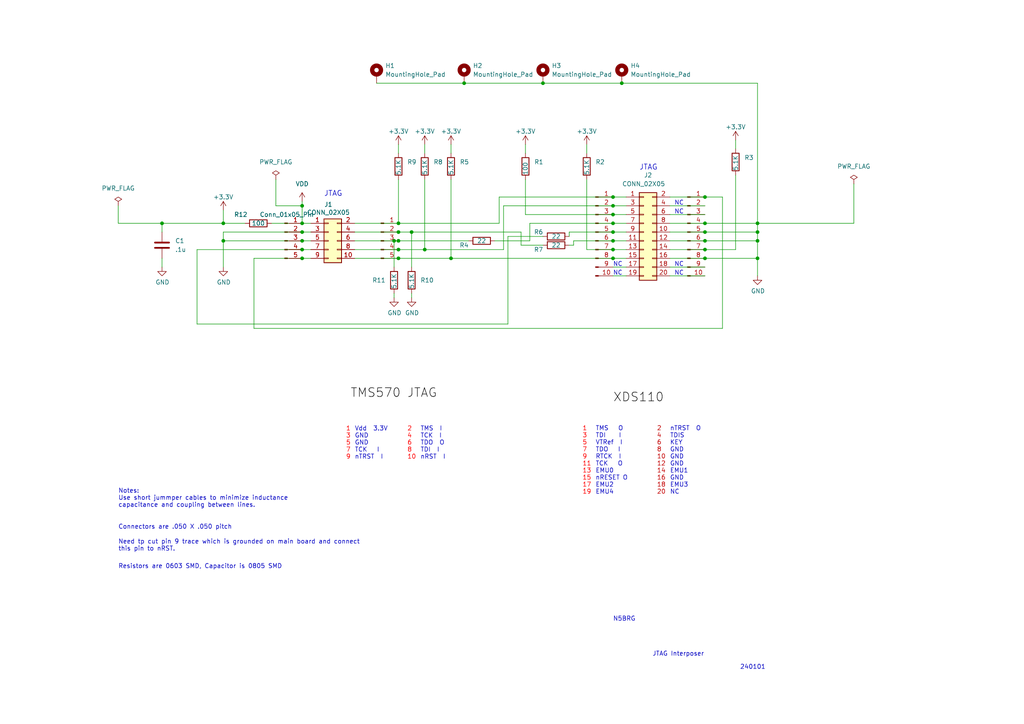
<source format=kicad_sch>
(kicad_sch (version 20230121) (generator eeschema)
  (paper "A4")
  (lib_symbols
    (symbol "Conn_01x05_Pin_1" (pin_names (offset 1.016) hide)
      (property "Reference" "J" (at 0 7.62 0))
      (property "Value" "Conn_01x05_Pin" (at 0 -7.62 0))
      (symbol "Conn_01x05_Pin_1_1_1"
        (polyline (pts (xy 1.27 -5.08) (xy 0.8636 -5.08)) (stroke (width 0.1524)))
        (polyline (pts (xy 1.27 -2.54) (xy 0.8636 -2.54)) (stroke (width 0.1524)))
        (polyline (pts (xy 1.27 0) (xy 0.8636 0)) (stroke (width 0.1524)))
        (polyline (pts (xy 1.27 2.54) (xy 0.8636 2.54)) (stroke (width 0.1524)))
        (polyline (pts (xy 1.27 5.08) (xy 0.8636 5.08)) (stroke (width 0.1524)))
        (rectangle (start 0.8636 -4.953) (end 0 -5.207) (stroke (width 0.1524)) (fill (type outline)))
        (rectangle (start 0.8636 -2.413) (end 0 -2.667) (stroke (width 0.1524)) (fill (type outline)))
        (rectangle (start 0.8636 0.127) (end 0 -0.127) (stroke (width 0.1524)) (fill (type outline)))
        (rectangle (start 0.8636 2.667) (end 0 2.413) (stroke (width 0.1524)) (fill (type outline)))
        (rectangle (start 0.8636 5.207) (end 0 4.953) (stroke (width 0.1524)) (fill (type outline)))
        (pin passive line (at 5.08 5.08 180) (length 3.81) (name "Pin_1") (number "1"))
        (pin passive line (at 5.08 2.54 180) (length 3.81) (name "Pin_2") (number "2"))
        (pin passive line (at 5.08 0 180) (length 3.81) (name "Pin_3") (number "3"))
        (pin passive line (at 5.08 -2.54 180) (length 3.81) (name "Pin_4") (number "4"))
        (pin passive line (at 5.08 -5.08 180) (length 3.81) (name "Pin_5") (number "5"))
      )
    )
    (symbol "Conn_01x10_Pin_1" (pin_names (offset 1.016) hide)
      (property "Reference" "J" (at 0 12.7 0))
      (property "Value" "Conn_01x10_Pin" (at 0 -15.24 0))
      (symbol "Conn_01x10_Pin_1_1_1"
        (polyline (pts (xy 1.27 -12.7) (xy 0.8636 -12.7)) (stroke (width 0.1524)))
        (polyline (pts (xy 1.27 -10.16) (xy 0.8636 -10.16)) (stroke (width 0.1524)))
        (polyline (pts (xy 1.27 -7.62) (xy 0.8636 -7.62)) (stroke (width 0.1524)))
        (polyline (pts (xy 1.27 -5.08) (xy 0.8636 -5.08)) (stroke (width 0.1524)))
        (polyline (pts (xy 1.27 -2.54) (xy 0.8636 -2.54)) (stroke (width 0.1524)))
        (polyline (pts (xy 1.27 0) (xy 0.8636 0)) (stroke (width 0.1524)))
        (polyline (pts (xy 1.27 2.54) (xy 0.8636 2.54)) (stroke (width 0.1524)))
        (polyline (pts (xy 1.27 5.08) (xy 0.8636 5.08)) (stroke (width 0.1524)))
        (polyline (pts (xy 1.27 7.62) (xy 0.8636 7.62)) (stroke (width 0.1524)))
        (polyline (pts (xy 1.27 10.16) (xy 0.8636 10.16)) (stroke (width 0.1524)))
        (rectangle (start 0.8636 -12.573) (end 0 -12.827) (stroke (width 0.1524)) (fill (type outline)))
        (rectangle (start 0.8636 -10.033) (end 0 -10.287) (stroke (width 0.1524)) (fill (type outline)))
        (rectangle (start 0.8636 -7.493) (end 0 -7.747) (stroke (width 0.1524)) (fill (type outline)))
        (rectangle (start 0.8636 -4.953) (end 0 -5.207) (stroke (width 0.1524)) (fill (type outline)))
        (rectangle (start 0.8636 -2.413) (end 0 -2.667) (stroke (width 0.1524)) (fill (type outline)))
        (rectangle (start 0.8636 0.127) (end 0 -0.127) (stroke (width 0.1524)) (fill (type outline)))
        (rectangle (start 0.8636 2.667) (end 0 2.413) (stroke (width 0.1524)) (fill (type outline)))
        (rectangle (start 0.8636 5.207) (end 0 4.953) (stroke (width 0.1524)) (fill (type outline)))
        (rectangle (start 0.8636 7.747) (end 0 7.493) (stroke (width 0.1524)) (fill (type outline)))
        (rectangle (start 0.8636 10.287) (end 0 10.033) (stroke (width 0.1524)) (fill (type outline)))
        (pin passive line (at 5.08 10.16 180) (length 3.81) (name "Pin_1") (number "1"))
        (pin passive line (at 5.08 -12.7 180) (length 3.81) (name "Pin_10") (number "10"))
        (pin passive line (at 5.08 7.62 180) (length 3.81) (name "Pin_2") (number "2"))
        (pin passive line (at 5.08 5.08 180) (length 3.81) (name "Pin_3") (number "3"))
        (pin passive line (at 5.08 2.54 180) (length 3.81) (name "Pin_4") (number "4"))
        (pin passive line (at 5.08 0 180) (length 3.81) (name "Pin_5") (number "5"))
        (pin passive line (at 5.08 -2.54 180) (length 3.81) (name "Pin_6") (number "6"))
        (pin passive line (at 5.08 -5.08 180) (length 3.81) (name "Pin_7") (number "7"))
        (pin passive line (at 5.08 -7.62 180) (length 3.81) (name "Pin_8") (number "8"))
        (pin passive line (at 5.08 -10.16 180) (length 3.81) (name "Pin_9") (number "9"))
      )
    )
    (symbol "Connector:Conn_01x05_Pin" (pin_names (offset 1.016) hide)
      (property "Reference" "J" (at 0 7.62 0))
      (property "Value" "Conn_01x05_Pin" (at 0 -7.62 0))
      (symbol "Conn_01x05_Pin_1_1"
        (polyline (pts (xy 1.27 -5.08) (xy 0.8636 -5.08)) (stroke (width 0.1524)))
        (polyline (pts (xy 1.27 -2.54) (xy 0.8636 -2.54)) (stroke (width 0.1524)))
        (polyline (pts (xy 1.27 0) (xy 0.8636 0)) (stroke (width 0.1524)))
        (polyline (pts (xy 1.27 2.54) (xy 0.8636 2.54)) (stroke (width 0.1524)))
        (polyline (pts (xy 1.27 5.08) (xy 0.8636 5.08)) (stroke (width 0.1524)))
        (rectangle (start 0.8636 -4.953) (end 0 -5.207) (stroke (width 0.1524)) (fill (type outline)))
        (rectangle (start 0.8636 -2.413) (end 0 -2.667) (stroke (width 0.1524)) (fill (type outline)))
        (rectangle (start 0.8636 0.127) (end 0 -0.127) (stroke (width 0.1524)) (fill (type outline)))
        (rectangle (start 0.8636 2.667) (end 0 2.413) (stroke (width 0.1524)) (fill (type outline)))
        (rectangle (start 0.8636 5.207) (end 0 4.953) (stroke (width 0.1524)) (fill (type outline)))
        (pin passive line (at 5.08 5.08 180) (length 3.81) (name "Pin_1") (number "1"))
        (pin passive line (at 5.08 2.54 180) (length 3.81) (name "Pin_2") (number "2"))
        (pin passive line (at 5.08 0 180) (length 3.81) (name "Pin_3") (number "3"))
        (pin passive line (at 5.08 -2.54 180) (length 3.81) (name "Pin_4") (number "4"))
        (pin passive line (at 5.08 -5.08 180) (length 3.81) (name "Pin_5") (number "5"))
      )
    )
    (symbol "Connector:Conn_01x10_Pin" (pin_names (offset 1.016) hide)
      (property "Reference" "J" (at 0 12.7 0))
      (property "Value" "Conn_01x10_Pin" (at 0 -15.24 0))
      (symbol "Conn_01x10_Pin_1_1"
        (polyline (pts (xy 1.27 -12.7) (xy 0.8636 -12.7)) (stroke (width 0.1524)))
        (polyline (pts (xy 1.27 -10.16) (xy 0.8636 -10.16)) (stroke (width 0.1524)))
        (polyline (pts (xy 1.27 -7.62) (xy 0.8636 -7.62)) (stroke (width 0.1524)))
        (polyline (pts (xy 1.27 -5.08) (xy 0.8636 -5.08)) (stroke (width 0.1524)))
        (polyline (pts (xy 1.27 -2.54) (xy 0.8636 -2.54)) (stroke (width 0.1524)))
        (polyline (pts (xy 1.27 0) (xy 0.8636 0)) (stroke (width 0.1524)))
        (polyline (pts (xy 1.27 2.54) (xy 0.8636 2.54)) (stroke (width 0.1524)))
        (polyline (pts (xy 1.27 5.08) (xy 0.8636 5.08)) (stroke (width 0.1524)))
        (polyline (pts (xy 1.27 7.62) (xy 0.8636 7.62)) (stroke (width 0.1524)))
        (polyline (pts (xy 1.27 10.16) (xy 0.8636 10.16)) (stroke (width 0.1524)))
        (rectangle (start 0.8636 -12.573) (end 0 -12.827) (stroke (width 0.1524)) (fill (type outline)))
        (rectangle (start 0.8636 -10.033) (end 0 -10.287) (stroke (width 0.1524)) (fill (type outline)))
        (rectangle (start 0.8636 -7.493) (end 0 -7.747) (stroke (width 0.1524)) (fill (type outline)))
        (rectangle (start 0.8636 -4.953) (end 0 -5.207) (stroke (width 0.1524)) (fill (type outline)))
        (rectangle (start 0.8636 -2.413) (end 0 -2.667) (stroke (width 0.1524)) (fill (type outline)))
        (rectangle (start 0.8636 0.127) (end 0 -0.127) (stroke (width 0.1524)) (fill (type outline)))
        (rectangle (start 0.8636 2.667) (end 0 2.413) (stroke (width 0.1524)) (fill (type outline)))
        (rectangle (start 0.8636 5.207) (end 0 4.953) (stroke (width 0.1524)) (fill (type outline)))
        (rectangle (start 0.8636 7.747) (end 0 7.493) (stroke (width 0.1524)) (fill (type outline)))
        (rectangle (start 0.8636 10.287) (end 0 10.033) (stroke (width 0.1524)) (fill (type outline)))
        (pin passive line (at 5.08 10.16 180) (length 3.81) (name "Pin_1") (number "1"))
        (pin passive line (at 5.08 -12.7 180) (length 3.81) (name "Pin_10") (number "10"))
        (pin passive line (at 5.08 7.62 180) (length 3.81) (name "Pin_2") (number "2"))
        (pin passive line (at 5.08 5.08 180) (length 3.81) (name "Pin_3") (number "3"))
        (pin passive line (at 5.08 2.54 180) (length 3.81) (name "Pin_4") (number "4"))
        (pin passive line (at 5.08 0 180) (length 3.81) (name "Pin_5") (number "5"))
        (pin passive line (at 5.08 -2.54 180) (length 3.81) (name "Pin_6") (number "6"))
        (pin passive line (at 5.08 -5.08 180) (length 3.81) (name "Pin_7") (number "7"))
        (pin passive line (at 5.08 -7.62 180) (length 3.81) (name "Pin_8") (number "8"))
        (pin passive line (at 5.08 -10.16 180) (length 3.81) (name "Pin_9") (number "9"))
      )
    )
    (symbol "Connector_Generic_MountingPin:Conn_02x05_Odd_Even_MountingPin" (pin_names (offset 1.016) hide)
      (property "Reference" "J1" (at 0 10.541 0))
      (property "Value" "CONN_02X05" (at 0 8.2296 0))
      (symbol "Conn_02x05_Odd_Even_MountingPin_1_1"
        (rectangle (start -1.27 -4.953) (end 0 -5.207) (stroke (width 0.1524)))
        (rectangle (start -1.27 -2.413) (end 0 -2.667) (stroke (width 0.1524)))
        (rectangle (start -1.27 0.127) (end 0 -0.127) (stroke (width 0.1524)))
        (rectangle (start -1.27 2.667) (end 0 2.413) (stroke (width 0.1524)))
        (rectangle (start -1.27 5.207) (end 0 4.953) (stroke (width 0.1524)))
        (rectangle (start -1.27 6.35) (end 3.81 -6.35) (stroke (width 0.254)) (fill (type background)))
        (rectangle (start 3.81 -4.953) (end 2.54 -5.207) (stroke (width 0.1524)))
        (rectangle (start 3.81 -2.413) (end 2.54 -2.667) (stroke (width 0.1524)))
        (rectangle (start 3.81 0.127) (end 2.54 -0.127) (stroke (width 0.1524)))
        (rectangle (start 3.81 2.667) (end 2.54 2.413) (stroke (width 0.1524)))
        (rectangle (start 3.81 5.207) (end 2.54 4.953) (stroke (width 0.1524)))
        (pin passive line (at -5.08 5.08 0) (length 3.81) (name "Pin_1") (number "1"))
        (pin passive line (at 7.62 -5.08 180) (length 3.81) (name "Pin_10") (number "10"))
        (pin passive line (at 7.62 5.08 180) (length 3.81) (name "Pin_2") (number "2"))
        (pin passive line (at -5.08 2.54 0) (length 3.81) (name "Pin_3") (number "3"))
        (pin passive line (at 7.62 2.54 180) (length 3.81) (name "Pin_4") (number "4"))
        (pin passive line (at -5.08 0 0) (length 3.81) (name "Pin_5") (number "5"))
        (pin passive line (at 7.62 0 180) (length 3.81) (name "Pin_6") (number "6"))
        (pin passive line (at -5.08 -2.54 0) (length 3.81) (name "Pin_7") (number "7"))
        (pin passive line (at 7.62 -2.54 180) (length 3.81) (name "Pin_8") (number "8"))
        (pin passive line (at -5.08 -5.08 0) (length 3.81) (name "Pin_9") (number "9"))
      )
    )
    (symbol "Connector_Generic_MountingPin:Conn_02x10_Odd_Even_MountingPin" (pin_names (offset 1.016) hide)
      (property "Reference" "J2" (at 1.27 16.51 0))
      (property "Value" "CONN_02X05" (at 0 13.97 0))
      (symbol "Conn_02x10_Odd_Even_MountingPin_1_1"
        (rectangle (start -1.27 -12.573) (end 0 -12.827) (stroke (width 0.1524)))
        (rectangle (start -1.27 -10.033) (end 0 -10.287) (stroke (width 0.1524)))
        (rectangle (start -1.27 -7.493) (end 0 -7.747) (stroke (width 0.1524)))
        (rectangle (start -1.27 -4.953) (end 0 -5.207) (stroke (width 0.1524)))
        (rectangle (start -1.27 -2.413) (end 0 -2.667) (stroke (width 0.1524)))
        (rectangle (start -1.27 0.127) (end 0 -0.127) (stroke (width 0.1524)))
        (rectangle (start -1.27 2.667) (end 0 2.413) (stroke (width 0.1524)))
        (rectangle (start -1.27 5.207) (end 0 4.953) (stroke (width 0.1524)))
        (rectangle (start -1.27 7.747) (end 0 7.493) (stroke (width 0.1524)))
        (rectangle (start -1.27 10.287) (end 0 10.033) (stroke (width 0.1524)))
        (rectangle (start -1.27 11.43) (end 3.81 -13.97) (stroke (width 0.254)) (fill (type background)))
        (rectangle (start 3.81 -12.573) (end 2.54 -12.827) (stroke (width 0.1524)))
        (rectangle (start 3.81 -10.033) (end 2.54 -10.287) (stroke (width 0.1524)))
        (rectangle (start 3.81 -7.493) (end 2.54 -7.747) (stroke (width 0.1524)))
        (rectangle (start 3.81 -4.953) (end 2.54 -5.207) (stroke (width 0.1524)))
        (rectangle (start 3.81 -2.413) (end 2.54 -2.667) (stroke (width 0.1524)))
        (rectangle (start 3.81 0.127) (end 2.54 -0.127) (stroke (width 0.1524)))
        (rectangle (start 3.81 2.667) (end 2.54 2.413) (stroke (width 0.1524)))
        (rectangle (start 3.81 5.207) (end 2.54 4.953) (stroke (width 0.1524)))
        (rectangle (start 3.81 7.747) (end 2.54 7.493) (stroke (width 0.1524)))
        (rectangle (start 3.81 10.287) (end 2.54 10.033) (stroke (width 0.1524)))
        (pin passive line (at -5.08 10.16 0) (length 3.81) (name "Pin_1") (number "1"))
        (pin passive line (at 7.62 0 180) (length 3.81) (name "Pin_10") (number "10"))
        (pin passive line (at -5.08 -2.54 0) (length 3.81) (name "Pin_11") (number "11"))
        (pin passive line (at 7.62 -2.54 180) (length 3.81) (name "Pin_12") (number "12"))
        (pin passive line (at -5.08 -5.08 0) (length 3.81) (name "Pin_13") (number "13"))
        (pin passive line (at 7.62 -5.08 180) (length 3.81) (name "Pin_14") (number "14"))
        (pin passive line (at -5.08 -7.62 0) (length 3.81) (name "Pin_15") (number "15"))
        (pin passive line (at 7.62 -7.62 180) (length 3.81) (name "Pin_16") (number "16"))
        (pin passive line (at -5.08 -10.16 0) (length 3.81) (name "Pin_17") (number "17"))
        (pin passive line (at 7.62 -10.16 180) (length 3.81) (name "Pin_18") (number "18"))
        (pin passive line (at -5.08 -12.7 0) (length 3.81) (name "Pin_19") (number "19"))
        (pin passive line (at 7.62 10.16 180) (length 3.81) (name "Pin_2") (number "2"))
        (pin passive line (at 7.62 -12.7 180) (length 3.81) (name "Pin_20") (number "20"))
        (pin passive line (at -5.08 7.62 0) (length 3.81) (name "Pin_3") (number "3"))
        (pin passive line (at 7.62 7.62 180) (length 3.81) (name "Pin_4") (number "4"))
        (pin passive line (at -5.08 5.08 0) (length 3.81) (name "Pin_5") (number "5"))
        (pin passive line (at 7.62 5.08 180) (length 3.81) (name "Pin_6") (number "6"))
        (pin passive line (at -5.08 2.54 0) (length 3.81) (name "Pin_7") (number "7"))
        (pin passive line (at 7.62 2.54 180) (length 3.81) (name "Pin_8") (number "8"))
        (pin passive line (at -5.08 0 0) (length 3.81) (name "Pin_9") (number "9"))
      )
    )
    (symbol "Device:C" (pin_numbers hide) (pin_names (offset 0.254))
      (property "Reference" "C" (at 0.635 2.54 0))
      (property "Value" "C" (at 0.635 -2.54 0))
      (symbol "C_0_1"
        (polyline (pts (xy -2.032 -0.762) (xy 2.032 -0.762)) (stroke (width 0.508)))
        (polyline (pts (xy -2.032 0.762) (xy 2.032 0.762)) (stroke (width 0.508)))
      )
      (symbol "C_1_1"
        (pin passive line (at 0 3.81 270) (length 2.794) (name "~") (number "1"))
        (pin passive line (at 0 -3.81 90) (length 2.794) (name "~") (number "2"))
      )
    )
    (symbol "Device:R" (pin_numbers hide) (pin_names (offset 0))
      (property "Reference" "R" (at 2.032 0 90))
      (property "Value" "R" (at 0 0 90))
      (symbol "R_0_1"
        (rectangle (start -1.016 -2.54) (end 1.016 2.54) (stroke (width 0.254)))
      )
      (symbol "R_1_1"
        (pin passive line (at 0 3.81 270) (length 1.27) (name "~") (number "1"))
        (pin passive line (at 0 -3.81 90) (length 1.27) (name "~") (number "2"))
      )
    )
    (symbol "Mechanical:MountingHole_Pad" (pin_numbers hide) (pin_names (offset 1.016) hide)
      (property "Reference" "H" (at 0 6.35 0))
      (property "Value" "MountingHole_Pad" (at 0 4.445 0))
      (symbol "MountingHole_Pad_0_1"
        (circle (center 0 1.27) (radius 1.27) (stroke (width 1.27)))
      )
      (symbol "MountingHole_Pad_1_1"
        (pin input line (at 0 -2.54 90) (length 2.54) (name "1") (number "1"))
      )
    )
    (symbol "power:+3.3V" (power) (pin_names (offset 0))
      (property "Value" "+3.3V" (at 0 3.556 0))
      (symbol "+3.3V_0_1"
        (polyline (pts (xy -0.762 1.27) (xy 0 2.54)))
        (polyline (pts (xy 0 0) (xy 0 2.54)))
        (polyline (pts (xy 0 2.54) (xy 0.762 1.27)))
      )
      (symbol "+3.3V_1_1"
        (pin power_in line (at 0 0 90) (length 0) hide (name "+3.3V") (number "1"))
      )
    )
    (symbol "power:GND" (power) (pin_names (offset 0))
      (property "Value" "GND" (at 0 -3.81 0))
      (symbol "GND_0_1"
        (polyline (pts (xy 0 0) (xy 0 -1.27) (xy 1.27 -1.27) (xy 0 -2.54) (xy -1.27 -1.27) (xy 0 -1.27)))
      )
      (symbol "GND_1_1"
        (pin power_in line (at 0 0 270) (length 0) hide (name "GND") (number "1"))
      )
    )
    (symbol "power:PWR_FLAG" (power) (pin_numbers hide) (pin_names (offset 0) hide)
      (property "Value" "PWR_FLAG" (at 0 3.81 0))
      (symbol "PWR_FLAG_0_0"
        (pin power_out line (at 0 0 90) (length 0) (name "pwr") (number "1"))
      )
      (symbol "PWR_FLAG_0_1"
        (polyline (pts (xy 0 0) (xy 0 1.27) (xy -1.016 1.905) (xy 0 2.54) (xy 1.016 1.905) (xy 0 1.27)))
      )
    )
    (symbol "power:VDD" (power) (pin_names (offset 0))
      (property "Value" "VDD" (at 0 3.81 0))
      (symbol "VDD_0_1"
        (polyline (pts (xy -0.762 1.27) (xy 0 2.54)))
        (polyline (pts (xy 0 0) (xy 0 2.54)))
        (polyline (pts (xy 0 2.54) (xy 0.762 1.27)))
      )
      (symbol "VDD_1_1"
        (pin power_in line (at 0 0 90) (length 0) hide (name "VDD") (number "1"))
      )
    )
  )
  (junction (at 87.63 59.69))
  (junction (at 115.57 72.39))
  (junction (at 219.71 64.77))
  (junction (at 204.47 72.39))
  (junction (at 87.63 72.39))
  (junction (at 204.47 57.15))
  (junction (at 180.34 24.13))
  (junction (at 115.57 74.93))
  (junction (at 46.99 64.77))
  (junction (at 87.63 74.93))
  (junction (at 177.8 72.39))
  (junction (at 64.77 69.85))
  (junction (at 219.71 67.31))
  (junction (at 204.47 67.31))
  (junction (at 64.77 64.77))
  (junction (at 177.8 74.93))
  (junction (at 219.71 69.85))
  (junction (at 177.8 64.77))
  (junction (at 87.63 69.85))
  (junction (at 157.48 24.13))
  (junction (at 134.62 24.13))
  (junction (at 123.19 72.39))
  (junction (at 114.3 69.85))
  (junction (at 219.71 74.93))
  (junction (at 130.81 74.93))
  (junction (at 177.8 57.15))
  (junction (at 177.8 62.23))
  (junction (at 87.63 64.77))
  (junction (at 204.47 69.85))
  (junction (at 87.63 67.31))
  (junction (at 177.8 69.85))
  (junction (at 119.38 67.31))
  (junction (at 177.8 67.31))
  (junction (at 177.8 59.69))
  (junction (at 115.57 69.85))
  (junction (at 115.57 64.77))
  (junction (at 115.57 67.31))
  (junction (at 204.47 74.93))
  (junction (at 204.47 64.77))
  (wire (pts (xy 204.47 57.15) (xy 209.55 57.15)))
  (wire (pts (xy 194.31 74.93) (xy 204.47 74.93)))
  (wire (pts (xy 64.77 64.77) (xy 64.77 60.96)))
  (wire (pts (xy 102.87 64.77) (xy 115.57 64.77)))
  (wire (pts (xy 170.18 72.39) (xy 177.8 72.39)))
  (wire (pts (xy 194.31 67.31) (xy 204.47 67.31)))
  (wire (pts (xy 219.71 64.77) (xy 219.71 24.13)))
  (wire (pts (xy 130.81 41.91) (xy 130.81 44.45)))
  (wire (pts (xy 170.18 41.91) (xy 170.18 44.45)))
  (wire (pts (xy 146.05 59.69) (xy 177.8 59.69)))
  (wire (pts (xy 219.71 64.77) (xy 219.71 67.31)))
  (wire (pts (xy 165.1 67.31) (xy 177.8 67.31)))
  (wire (pts (xy 115.57 64.77) (xy 144.78 64.77)))
  (wire (pts (xy 119.38 67.31) (xy 119.38 77.47)))
  (wire (pts (xy 115.57 52.07) (xy 115.57 64.77)))
  (wire (pts (xy 177.8 72.39) (xy 181.61 72.39)))
  (wire (pts (xy 130.81 52.07) (xy 130.81 74.93)))
  (wire (pts (xy 165.1 67.31) (xy 165.1 68.58)))
  (wire (pts (xy 87.63 74.93) (xy 90.17 74.93)))
  (wire (pts (xy 46.99 64.77) (xy 34.29 64.77)))
  (wire (pts (xy 73.66 95.25) (xy 73.66 74.93)))
  (wire (pts (xy 177.8 80.01) (xy 181.61 80.01)))
  (wire (pts (xy 34.29 64.77) (xy 34.29 59.69)))
  (wire (pts (xy 157.48 24.13) (xy 180.34 24.13)))
  (wire (pts (xy 102.87 74.93) (xy 115.57 74.93)))
  (wire (pts (xy 123.19 41.91) (xy 123.19 44.45)))
  (wire (pts (xy 151.13 71.12) (xy 157.48 71.12)))
  (wire (pts (xy 80.01 59.69) (xy 87.63 59.69)))
  (wire (pts (xy 146.05 59.69) (xy 146.05 72.39)))
  (wire (pts (xy 194.31 57.15) (xy 204.47 57.15)))
  (wire (pts (xy 114.3 69.85) (xy 115.57 69.85)))
  (wire (pts (xy 219.71 67.31) (xy 219.71 69.85)))
  (wire (pts (xy 64.77 67.31) (xy 64.77 69.85)))
  (wire (pts (xy 134.62 24.13) (xy 157.48 24.13)))
  (wire (pts (xy 57.15 93.98) (xy 147.32 93.98)))
  (wire (pts (xy 194.31 64.77) (xy 204.47 64.77)))
  (wire (pts (xy 64.77 64.77) (xy 71.12 64.77)))
  (wire (pts (xy 87.63 58.42) (xy 87.63 59.69)))
  (wire (pts (xy 57.15 72.39) (xy 57.15 93.98)))
  (wire (pts (xy 147.32 68.58) (xy 147.32 93.98)))
  (wire (pts (xy 247.65 64.77) (xy 247.65 53.34)))
  (wire (pts (xy 177.8 59.69) (xy 181.61 59.69)))
  (wire (pts (xy 46.99 64.77) (xy 46.99 67.31)))
  (wire (pts (xy 152.4 52.07) (xy 152.4 62.23)))
  (wire (pts (xy 219.71 64.77) (xy 247.65 64.77)))
  (wire (pts (xy 143.51 69.85) (xy 153.67 69.85)))
  (wire (pts (xy 194.31 62.23) (xy 204.47 62.23)))
  (wire (pts (xy 64.77 69.85) (xy 64.77 77.47)))
  (wire (pts (xy 204.47 69.85) (xy 219.71 69.85)))
  (wire (pts (xy 204.47 74.93) (xy 219.71 74.93)))
  (wire (pts (xy 170.18 72.39) (xy 170.18 52.07)))
  (wire (pts (xy 144.78 57.15) (xy 144.78 64.77)))
  (wire (pts (xy 114.3 69.85) (xy 114.3 77.47)))
  (wire (pts (xy 177.8 69.85) (xy 181.61 69.85)))
  (wire (pts (xy 115.57 69.85) (xy 135.89 69.85)))
  (wire (pts (xy 219.71 24.13) (xy 180.34 24.13)))
  (wire (pts (xy 204.47 72.39) (xy 213.36 72.39)))
  (wire (pts (xy 102.87 69.85) (xy 114.3 69.85)))
  (wire (pts (xy 177.8 74.93) (xy 181.61 74.93)))
  (wire (pts (xy 115.57 74.93) (xy 130.81 74.93)))
  (wire (pts (xy 152.4 62.23) (xy 177.8 62.23)))
  (wire (pts (xy 181.61 77.47) (xy 177.8 77.47)))
  (wire (pts (xy 152.4 41.91) (xy 152.4 44.45)))
  (wire (pts (xy 73.66 74.93) (xy 87.63 74.93)))
  (wire (pts (xy 57.15 72.39) (xy 87.63 72.39)))
  (wire (pts (xy 115.57 41.91) (xy 115.57 44.45)))
  (wire (pts (xy 87.63 64.77) (xy 90.17 64.77)))
  (wire (pts (xy 87.63 69.85) (xy 90.17 69.85)))
  (wire (pts (xy 119.38 85.09) (xy 119.38 86.36)))
  (wire (pts (xy 194.31 69.85) (xy 204.47 69.85)))
  (wire (pts (xy 115.57 67.31) (xy 119.38 67.31)))
  (wire (pts (xy 87.63 59.69) (xy 87.63 64.77)))
  (wire (pts (xy 213.36 72.39) (xy 213.36 50.8)))
  (wire (pts (xy 166.37 69.85) (xy 166.37 71.12)))
  (wire (pts (xy 166.37 71.12) (xy 165.1 71.12)))
  (wire (pts (xy 144.78 57.15) (xy 177.8 57.15)))
  (wire (pts (xy 204.47 64.77) (xy 219.71 64.77)))
  (wire (pts (xy 64.77 67.31) (xy 87.63 67.31)))
  (wire (pts (xy 64.77 64.77) (xy 46.99 64.77)))
  (wire (pts (xy 123.19 72.39) (xy 146.05 72.39)))
  (wire (pts (xy 153.67 64.77) (xy 177.8 64.77)))
  (wire (pts (xy 209.55 95.25) (xy 73.66 95.25)))
  (wire (pts (xy 219.71 69.85) (xy 219.71 74.93)))
  (wire (pts (xy 151.13 67.31) (xy 151.13 71.12)))
  (wire (pts (xy 177.8 57.15) (xy 181.61 57.15)))
  (wire (pts (xy 194.31 59.69) (xy 204.47 59.69)))
  (wire (pts (xy 213.36 40.64) (xy 213.36 43.18)))
  (wire (pts (xy 87.63 67.31) (xy 90.17 67.31)))
  (wire (pts (xy 119.38 67.31) (xy 151.13 67.31)))
  (wire (pts (xy 153.67 64.77) (xy 153.67 69.85)))
  (wire (pts (xy 204.47 67.31) (xy 219.71 67.31)))
  (wire (pts (xy 46.99 74.93) (xy 46.99 77.47)))
  (wire (pts (xy 194.31 72.39) (xy 204.47 72.39)))
  (wire (pts (xy 109.22 24.13) (xy 134.62 24.13)))
  (wire (pts (xy 177.8 64.77) (xy 181.61 64.77)))
  (wire (pts (xy 64.77 69.85) (xy 87.63 69.85)))
  (wire (pts (xy 130.81 74.93) (xy 177.8 74.93)))
  (wire (pts (xy 114.3 85.09) (xy 114.3 86.36)))
  (wire (pts (xy 219.71 74.93) (xy 219.71 80.01)))
  (wire (pts (xy 166.37 69.85) (xy 177.8 69.85)))
  (wire (pts (xy 80.01 52.07) (xy 80.01 59.69)))
  (wire (pts (xy 209.55 57.15) (xy 209.55 95.25)))
  (wire (pts (xy 194.31 80.01) (xy 204.47 80.01)))
  (wire (pts (xy 194.31 77.47) (xy 204.47 77.47)))
  (wire (pts (xy 115.57 72.39) (xy 123.19 72.39)))
  (wire (pts (xy 123.19 52.07) (xy 123.19 72.39)))
  (wire (pts (xy 177.8 62.23) (xy 181.61 62.23)))
  (wire (pts (xy 78.74 64.77) (xy 87.63 64.77)))
  (wire (pts (xy 102.87 67.31) (xy 115.57 67.31)))
  (wire (pts (xy 87.63 72.39) (xy 90.17 72.39)))
  (wire (pts (xy 102.87 72.39) (xy 115.57 72.39)))
  (wire (pts (xy 177.8 67.31) (xy 181.61 67.31)))
  (wire (pts (xy 157.48 68.58) (xy 147.32 68.58)))
  (text "nTRST  O\nTDIS\nKEY\nGND\nGND\nGND\nEMU1\nGND\nEMU3\nNC" (at 194.31 143.51 0) (effects (font (size 1.27 1.27)) (justify left bottom)))
  (text "JTAG" (at 93.98 57.15 0) (effects (font (size 1.524 1.524)) (justify left bottom)))
  (text "2\n4\n6\n8\n10\n12\n14\n16\n18\n20" (at 190.5 143.51 0) (effects (font (size 1.27 1.27)) (justify left bottom)))
  (text "NC" (at 195.58 59.69 0) (effects (font (size 1.27 1.27)) (justify left bottom)))
  (text "TMS  I\nTCK  I\nTDO  O\nTDI  I\nnRST  I" (at 121.92 133.35 0) (effects (font (size 1.27 1.27)) (justify left bottom)))
  (text "NC" (at 195.58 77.47 0) (effects (font (size 1.27 1.27)) (justify left bottom)))
  (text "JTAG" (at 185.42 49.53 0) (effects (font (size 1.524 1.524)) (justify left bottom)))
  (text "JTAG Interposer" (at 189.23 190.5 0) (effects (font (size 1.27 1.27)) (justify left bottom)))
  (text "1\n3\n5\n7\n9" (at 100.33 133.35 0) (effects (font (size 1.27 1.27)) (justify left bottom)))
  (text "XDS110" (at 177.8 116.84 0) (effects (font (size 2.54 2.54)) (justify left bottom)))
  (text "240101" (at 214.63 194.31 0) (effects (font (size 1.27 1.27)) (justify left bottom)))
  (text "Vdd  3.3V\nGND\nGND\nTCK   I\nnTRST  I" (at 102.87 133.35 0) (effects (font (size 1.27 1.27)) (justify left bottom)))
  (text "NC" (at 177.8 80.01 0) (effects (font (size 1.27 1.27)) (justify left bottom)))
  (text "TMS570 JTAG" (at 101.6 115.57 0) (effects (font (size 2.54 2.54)) (justify left bottom)))
  (text "Need tp cut pin 9 trace which is grounded on main board and connect\nthis pin to nRST." (at 34.29 160.02 0) (effects (font (size 1.27 1.27)) (justify left bottom)))
  (text "N5BRG" (at 177.8 180.34 0) (effects (font (size 1.27 1.27)) (justify left bottom)))
  (text "Resistors are 0603 SMD, Capacitor is 0805 SMD" (at 34.29 165.1 0) (effects (font (size 1.27 1.27)) (justify left bottom)))
  (text "Connectors are .050 X .050 pitch" (at 34.29 153.67 0) (effects (font (size 1.27 1.27)) (justify left bottom)))
  (text "NC" (at 195.58 80.01 0) (effects (font (size 1.27 1.27)) (justify left bottom)))
  (text "TMS   O\nTDI    I\nVTRef  I\nTDO   I\nRTCK  I\nTCK   O\nEMU0  \nnRESET O\nEMU2\nEMU4" (at 172.72 143.51 0) (effects (font (size 1.27 1.27)) (justify left bottom)))
  (text "2\n4\n6\n8\n10" (at 118.11 133.35 0) (effects (font (size 1.27 1.27)) (justify left bottom)))
  (text "NC" (at 195.58 62.23 0) (effects (font (size 1.27 1.27)) (justify left bottom)))
  (text "Notes:\nUse short jummper cables to minimize inductance\ncapacitance and coupling between lines." (at 34.29 147.32 0) (effects (font (size 1.27 1.27)) (justify left bottom)))
  (text "NC" (at 177.8 77.47 0) (effects (font (size 1.27 1.27)) (justify left bottom)))
  (text "1\n3\n5\n7\n9\n11\n13\n15\n17\n19" (at 168.91 143.51 0) (effects (font (size 1.27 1.27)) (justify left bottom)))
  (symbol (lib_id "Device:R") (at 130.81 48.26 0) (unit 1)
    (property "Reference" "R5" (at 133.35 46.99 0) (effects (justify left)))
    (property "Value" "5.1K" (at 130.81 50.8 90) (effects (justify left)))
    (property "Footprint" "Resistor_SMD:R_0603_1608Metric_Pad0.98x0.95mm_HandSolder" (effects hide))
  )
  (symbol (lib_id "Connector:Conn_01x10_Pin") (at 199.39 67.31 0) (unit 1)
    (property "Reference" "J6" (effects hide))
    (property "Value" "Conn_01x10_Pin" (effects hide))
    (property "Footprint" "Connector_PinHeader_1.27mm:PinHeader_1x10_P1.27mm_Vertical" (effects hide))
  )
  (symbol (lib_id "power:VDD") (at 87.63 58.42 0) (unit 1)
    (property "Reference" "#PWR07" (effects hide))
    (property "Value" "VDD" (at 87.63 53.34 0))
  )
  (symbol (lib_id "Device:R") (at 170.18 48.26 0) (unit 1)
    (property "Reference" "R2" (at 172.72 46.99 0) (effects (justify left)))
    (property "Value" "5.1K" (at 170.18 50.8 90) (effects (justify left)))
    (property "Footprint" "Resistor_SMD:R_0603_1608Metric_Pad0.98x0.95mm_HandSolder" (effects hide))
  )
  (symbol (lib_id "Mechanical:MountingHole_Pad") (at 134.62 21.59 0) (unit 1)
    (property "Reference" "H2" (at 137.16 19.05 0) (effects (justify left)))
    (property "Value" "MountingHole_Pad" (at 137.16 21.59 0) (effects (justify left)))
    (property "Footprint" "MountingHole:MountingHole_3.2mm_M3_Pad_TopBottom" (effects hide))
  )
  (symbol (lib_id "Connector_Generic_MountingPin:Conn_02x10_Odd_Even_MountingPin") (at 186.69 67.31 0) (unit 1)
    (property "Reference" "J2" (at 187.96 50.8 0))
    (property "Value" "CONN_02X05" (at 186.69 53.34 0))
    (property "Footprint" "Connector_PinHeader_1.27mm:PinHeader_2x10_P1.27mm_Vertical" (effects hide))
  )
  (symbol (lib_name "Conn_01x05_Pin_1") (lib_id "Connector:Conn_01x05_Pin") (at 82.55 69.85 0) (unit 1)
    (property "Reference" "J3" (effects hide))
    (property "Value" "Conn_01x05_Pin" (at 83.185 62.23 0))
    (property "Footprint" "Connector_PinHeader_1.27mm:PinHeader_1x05_P1.27mm_Vertical" (effects hide))
  )
  (symbol (lib_id "Device:R") (at 161.29 68.58 90) (unit 1)
    (property "Reference" "R6" (at 156.21 67.31 90))
    (property "Value" "22" (at 161.29 68.58 90))
    (property "Footprint" "Resistor_SMD:R_0603_1608Metric_Pad0.98x0.95mm_HandSolder" (effects hide))
  )
  (symbol (lib_id "power:+3.3V") (at 213.36 40.64 0) (unit 1)
    (property "Reference" "#PWR013" (effects hide))
    (property "Value" "+3.3V" (at 213.36 36.83 0))
  )
  (symbol (lib_id "Mechanical:MountingHole_Pad") (at 109.22 21.59 0) (unit 1)
    (property "Reference" "H1" (at 111.76 19.05 0) (effects (justify left)))
    (property "Value" "MountingHole_Pad" (at 111.76 21.59 0) (effects (justify left)))
    (property "Footprint" "MountingHole:MountingHole_3.2mm_M3_Pad_TopBottom" (effects hide))
  )
  (symbol (lib_id "Connector_Generic_MountingPin:Conn_02x05_Odd_Even_MountingPin") (at 95.25 69.85 0) (unit 1)
    (property "Reference" "J1" (at 95.25 59.309 0))
    (property "Value" "CONN_02X05" (at 95.25 61.6204 0))
    (property "Footprint" "Connector_PinHeader_1.27mm:PinHeader_2x05_P1.27mm_Vertical" (effects hide))
  )
  (symbol (lib_id "power:+3.3V") (at 130.81 41.91 0) (unit 1)
    (property "Reference" "#PWR06" (effects hide))
    (property "Value" "+3.3V" (at 130.81 38.1 0))
  )
  (symbol (lib_id "power:GND") (at 46.99 77.47 0) (unit 1)
    (property "Reference" "#PWR012" (effects hide))
    (property "Value" "GND" (at 47.117 81.8642 0))
  )
  (symbol (lib_id "Device:R") (at 114.3 81.28 0) (unit 1)
    (property "Reference" "R11" (at 107.95 81.28 0) (effects (justify left)))
    (property "Value" "5.1K" (at 114.3 83.82 90) (effects (justify left)))
    (property "Footprint" "Resistor_SMD:R_0603_1608Metric_Pad0.98x0.95mm_HandSolder" (effects hide))
  )
  (symbol (lib_id "Device:R") (at 152.4 48.26 0) (unit 1)
    (property "Reference" "R1" (at 154.94 46.99 0) (effects (justify left)))
    (property "Value" "100" (at 152.4 50.8 90) (effects (justify left)))
    (property "Footprint" "Resistor_SMD:R_0603_1608Metric_Pad0.98x0.95mm_HandSolder" (effects hide))
  )
  (symbol (lib_id "power:PWR_FLAG") (at 80.01 52.07 0) (unit 1)
    (property "Reference" "#FLG03" (effects hide))
    (property "Value" "PWR_FLAG" (at 80.01 46.99 0))
  )
  (symbol (lib_id "Device:R") (at 74.93 64.77 90) (unit 1)
    (property "Reference" "R12" (at 69.85 62.23 90))
    (property "Value" "100" (at 74.93 64.77 90))
    (property "Footprint" "Resistor_SMD:R_0603_1608Metric_Pad0.98x0.95mm_HandSolder" (effects hide))
  )
  (symbol (lib_id "Device:R") (at 123.19 48.26 0) (unit 1)
    (property "Reference" "R8" (at 125.73 46.99 0) (effects (justify left)))
    (property "Value" "5.1K" (at 123.19 50.8 90) (effects (justify left)))
    (property "Footprint" "Resistor_SMD:R_0603_1608Metric_Pad0.98x0.95mm_HandSolder" (effects hide))
  )
  (symbol (lib_id "Mechanical:MountingHole_Pad") (at 157.48 21.59 0) (unit 1)
    (property "Reference" "H3" (at 160.02 19.05 0) (effects (justify left)))
    (property "Value" "MountingHole_Pad" (at 160.02 21.59 0) (effects (justify left)))
    (property "Footprint" "MountingHole:MountingHole_3.2mm_M3_Pad_TopBottom" (effects hide))
  )
  (symbol (lib_id "power:PWR_FLAG") (at 247.65 53.34 0) (unit 1)
    (property "Reference" "#FLG01" (effects hide))
    (property "Value" "PWR_FLAG" (at 247.65 48.26 0))
  )
  (symbol (lib_id "Connector:Conn_01x05_Pin") (at 110.49 69.85 0) (unit 1)
    (property "Reference" "J4" (effects hide))
    (property "Value" "Conn_01x05_Pin" (effects hide))
    (property "Footprint" "Connector_PinHeader_1.27mm:PinHeader_1x05_P1.27mm_Vertical" (effects hide))
  )
  (symbol (lib_id "power:+3.3V") (at 152.4 41.91 0) (unit 1)
    (property "Reference" "#PWR09" (effects hide))
    (property "Value" "+3.3V" (at 152.4 38.1 0))
  )
  (symbol (lib_id "power:GND") (at 64.77 77.47 0) (unit 1)
    (property "Reference" "#PWR02" (effects hide))
    (property "Value" "GND" (at 64.897 81.8642 0))
  )
  (symbol (lib_id "Device:R") (at 115.57 48.26 0) (unit 1)
    (property "Reference" "R9" (at 118.11 46.99 0) (effects (justify left)))
    (property "Value" "5.1K" (at 115.57 50.8 90) (effects (justify left)))
    (property "Footprint" "Resistor_SMD:R_0603_1608Metric_Pad0.98x0.95mm_HandSolder" (effects hide))
  )
  (symbol (lib_id "power:GND") (at 114.3 86.36 0) (unit 1)
    (property "Reference" "#PWR011" (effects hide))
    (property "Value" "GND" (at 114.427 90.7542 0))
  )
  (symbol (lib_id "power:+3.3V") (at 123.19 41.91 0) (unit 1)
    (property "Reference" "#PWR05" (effects hide))
    (property "Value" "+3.3V" (at 123.19 38.1 0))
  )
  (symbol (lib_id "Device:R") (at 119.38 81.28 0) (unit 1)
    (property "Reference" "R10" (at 121.92 81.28 0) (effects (justify left)))
    (property "Value" "5.1K" (at 119.38 83.82 90) (effects (justify left)))
    (property "Footprint" "Resistor_SMD:R_0603_1608Metric_Pad0.98x0.95mm_HandSolder" (effects hide))
  )
  (symbol (lib_id "Mechanical:MountingHole_Pad") (at 180.34 21.59 0) (unit 1)
    (property "Reference" "H4" (at 182.88 19.05 0) (effects (justify left)))
    (property "Value" "MountingHole_Pad" (at 182.88 21.59 0) (effects (justify left)))
    (property "Footprint" "MountingHole:MountingHole_3.2mm_M3_Pad_TopBottom" (effects hide))
  )
  (symbol (lib_id "power:+3.3V") (at 64.77 60.96 0) (unit 1)
    (property "Reference" "#PWR01" (effects hide))
    (property "Value" "+3.3V" (at 64.77 57.15 0))
  )
  (symbol (lib_id "Device:C") (at 46.99 71.12 0) (unit 1)
    (property "Reference" "C1" (at 50.8 69.85 0) (effects (justify left)))
    (property "Value" ".1u" (at 50.8 72.39 0) (effects (justify left)))
    (property "Footprint" "Capacitor_SMD:C_0805_2012Metric_Pad1.18x1.45mm_HandSolder" (effects hide))
  )
  (symbol (lib_id "Device:R") (at 139.7 69.85 90) (unit 1)
    (property "Reference" "R4" (at 134.62 71.12 90))
    (property "Value" "22" (at 139.7 69.85 90))
    (property "Footprint" "Resistor_SMD:R_0603_1608Metric_Pad0.98x0.95mm_HandSolder" (effects hide))
  )
  (symbol (lib_id "power:GND") (at 219.71 80.01 0) (unit 1)
    (property "Reference" "#PWR03" (effects hide))
    (property "Value" "GND" (at 219.837 84.4042 0))
  )
  (symbol (lib_id "power:PWR_FLAG") (at 34.29 59.69 0) (unit 1)
    (property "Reference" "#FLG02" (effects hide))
    (property "Value" "PWR_FLAG" (at 34.29 54.61 0))
  )
  (symbol (lib_id "power:+3.3V") (at 115.57 41.91 0) (unit 1)
    (property "Reference" "#PWR04" (effects hide))
    (property "Value" "+3.3V" (at 115.57 38.1 0))
  )
  (symbol (lib_id "Device:R") (at 161.29 71.12 90) (unit 1)
    (property "Reference" "R7" (at 156.21 72.39 90))
    (property "Value" "22" (at 161.29 71.12 90))
    (property "Footprint" "Resistor_SMD:R_0603_1608Metric_Pad0.98x0.95mm_HandSolder" (effects hide))
  )
  (symbol (lib_id "power:GND") (at 119.38 86.36 0) (unit 1)
    (property "Reference" "#PWR010" (effects hide))
    (property "Value" "GND" (at 119.507 90.7542 0))
  )
  (symbol (lib_id "Device:R") (at 213.36 46.99 0) (unit 1)
    (property "Reference" "R3" (at 215.9 45.72 0) (effects (justify left)))
    (property "Value" "5.1K" (at 213.36 49.53 90) (effects (justify left)))
    (property "Footprint" "Resistor_SMD:R_0603_1608Metric_Pad0.98x0.95mm_HandSolder" (effects hide))
  )
  (symbol (lib_id "power:+3.3V") (at 170.18 41.91 0) (unit 1)
    (property "Reference" "#PWR08" (effects hide))
    (property "Value" "+3.3V" (at 170.18 38.1 0))
  )
  (symbol (lib_name "Conn_01x10_Pin_1") (lib_id "Connector:Conn_01x10_Pin") (at 172.72 67.31 0) (unit 1)
    (property "Reference" "J5" (effects hide))
    (property "Value" "Conn_01x10_Pin" (effects hide))
    (property "Footprint" "Connector_PinHeader_1.27mm:PinHeader_1x10_P1.27mm_Vertical" (effects hide))
  )
)
</source>
